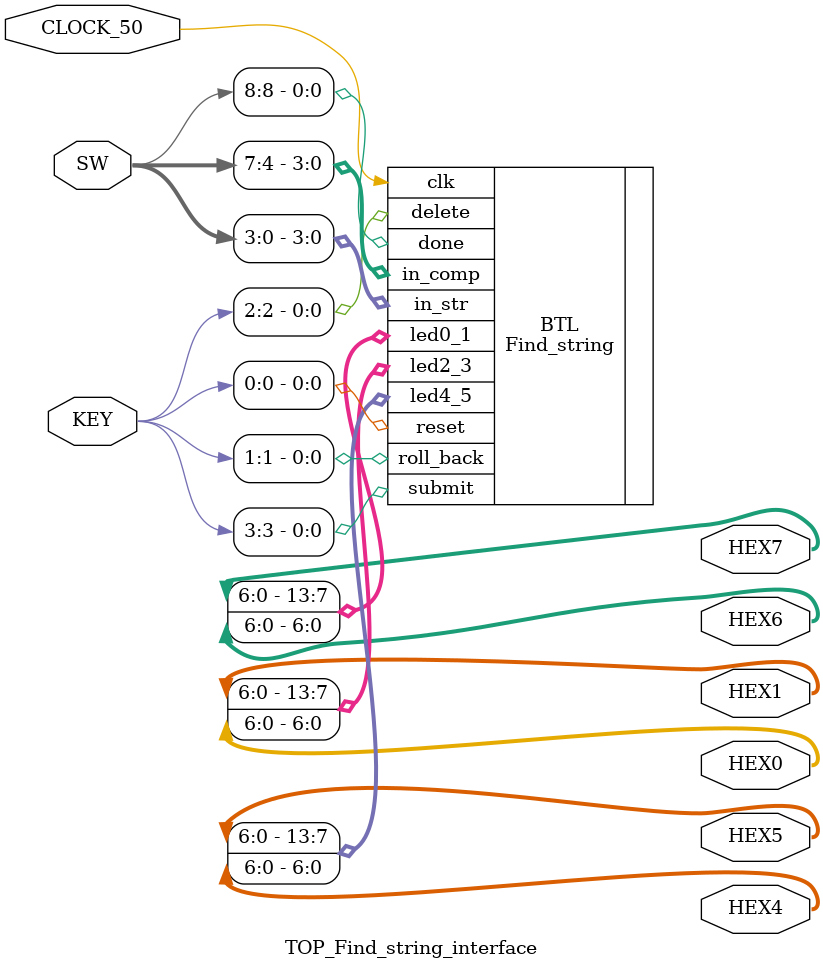
<source format=v>
module TOP_Find_string_interface(
	input [8:0]SW,
	input CLOCK_50,
	input [3:0]KEY,
	output [6:0]HEX0, HEX1, HEX4, HEX5, HEX6, HEX7

);

Find_string  BTL    (.in_str(SW[3:0]), 
							.in_comp(SW[7:4]), 
							.clk(CLOCK_50), 
							.done(SW[8]), 
							.delete(KEY[2]), 
							.submit(KEY[3]),
							.reset(KEY[0]), 
							.roll_back(KEY[1]), 
							.led0_1({HEX7,HEX6}), 
							.led2_3({HEX1,HEX0}), 
							.led4_5({HEX5,HEX4})
		);
endmodule
</source>
